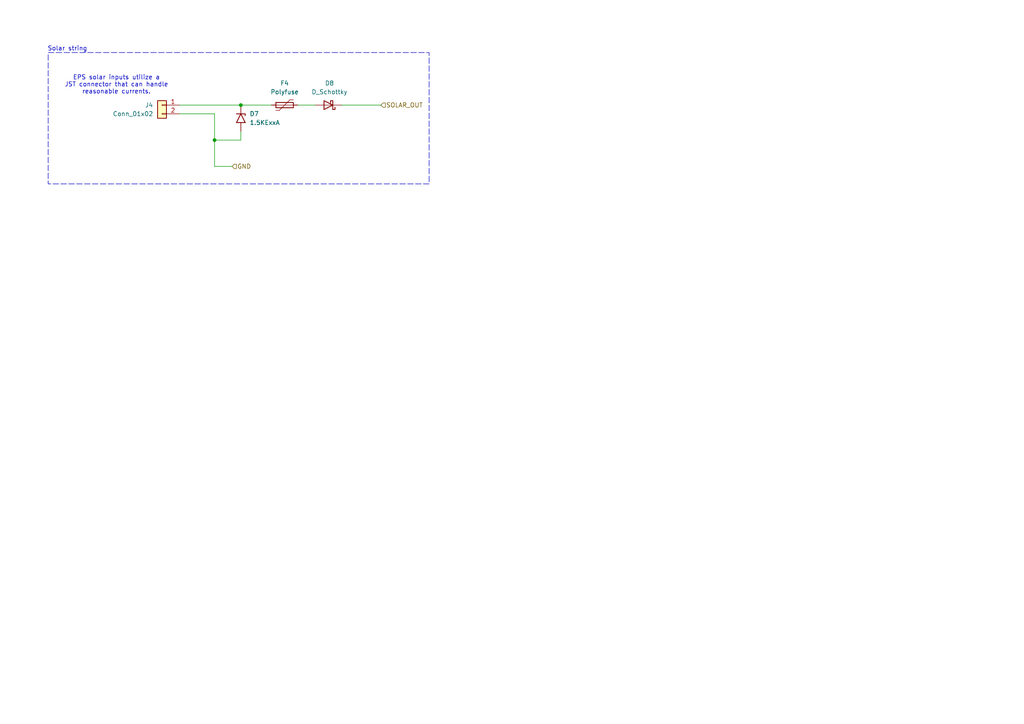
<source format=kicad_sch>
(kicad_sch (version 20250114) (generator "eeschema") (generator_version "9.0")
  (paper "A4")
  (title_block (title "SCRT Cubesat EPS") (date "2025-08-22") (rev "1") (company "OSU"))
  (lib_symbols
    (symbol "Connector_Generic:Conn_01x02" (pin_names (offset 1.016) (hide yes))
      (property "Reference" "J" (at 0 2.54 0))
      (property "Value" "Conn_01x02" (at 0 -5.08 0))
      (symbol "Conn_01x02_1_1"
        (rectangle (start -1.27 1.27) (end 1.27 -3.81) (stroke (width 0.254)) (fill (type background)))
        (rectangle (start -1.27 0.127) (end 0 -0.127) (stroke (width 0.1524)))
        (rectangle (start -1.27 -2.413) (end 0 -2.667) (stroke (width 0.1524)))
        (pin passive line (at -5.08 0 0) (length 3.81) (name "Pin_1") (number "1"))
        (pin passive line (at -5.08 -2.54 0) (length 3.81) (name "Pin_2") (number "2"))
      )
    )
    (symbol "Device:D_Schottky" (pin_numbers (hide yes)) (pin_names (offset 1.016) (hide yes))
      (property "Reference" "D" (at 0 2.54 0))
      (property "Value" "D_Schottky" (at 0 -2.54 0))
      (symbol "D_Schottky_0_1"
        (polyline (pts (xy -1.905 0.635) (xy -1.905 1.27) (xy -1.27 1.27) (xy -1.27 -1.27) (xy -0.635 -1.27) (xy -0.635 -0.635)) (stroke (width 0.254)))
        (polyline (pts (xy 1.27 1.27) (xy 1.27 -1.27) (xy -1.27 0) (xy 1.27 1.27)) (stroke (width 0.254)))
        (polyline (pts (xy 1.27 0) (xy -1.27 0)))
      )
      (symbol "D_Schottky_1_1"
        (pin passive line (at -3.81 0 0) (length 2.54) (name "K") (number "1"))
        (pin passive line (at 3.81 0 180) (length 2.54) (name "A") (number "2"))
      )
    )
    (symbol "Device:Polyfuse" (pin_numbers (hide yes)) (pin_names (offset 0))
      (property "Reference" "F" (at -2.54 0 90))
      (property "Value" "Polyfuse" (at 2.54 0 90))
      (symbol "Polyfuse_0_1"
        (polyline (pts (xy -1.524 2.54) (xy -1.524 1.524) (xy 1.524 -1.524) (xy 1.524 -2.54)))
        (rectangle (start -0.762 2.54) (end 0.762 -2.54) (stroke (width 0.254)))
        (polyline (pts (xy 0 2.54) (xy 0 -2.54)))
      )
      (symbol "Polyfuse_1_1"
        (pin passive line (at 0 3.81 270) (length 1.27) (name "~") (number "1"))
        (pin passive line (at 0 -3.81 90) (length 1.27) (name "~") (number "2"))
      )
    )
    (symbol "Diode:1.5KExxA" (pin_numbers (hide yes)) (pin_names (offset 1.016) (hide yes))
      (property "Reference" "D" (at 0 2.54 0))
      (property "Value" "1.5KExxA" (at 0 -2.54 0))
      (symbol "1.5KExxA_0_1"
        (polyline (pts (xy -0.762 1.27) (xy -1.27 1.27) (xy -1.27 -1.27)) (stroke (width 0.254)))
        (polyline (pts (xy 1.27 1.27) (xy 1.27 -1.27) (xy -1.27 0) (xy 1.27 1.27)) (stroke (width 0.254)))
      )
      (symbol "1.5KExxA_1_1"
        (pin passive line (at -3.81 0 0) (length 2.54) (name "A1") (number "1"))
        (pin passive line (at 3.81 0 180) (length 2.54) (name "A2") (number "2"))
      )
    )
  )
  (rectangle (start 13.97 15.24) (end 124.46 53.34) (stroke (width 0) (type dash)))
  (text "EPS solar inputs utilize a\nJST connector that can handle\nreasonable currents." (at 33.782 24.638 0) (effects (font (size 1.27 1.27))))
  (text "Solar string" (at 19.558 14.224 0) (effects (font (size 1.27 1.27))))
  (junction (at 62.23 40.64))
  (junction (at 69.85 30.48))
  (wire (pts (xy 52.07 30.48) (xy 69.85 30.48)))
  (wire (pts (xy 69.85 30.48) (xy 78.74 30.48)))
  (wire (pts (xy 69.85 38.1) (xy 69.85 40.64)))
  (wire (pts (xy 62.23 40.64) (xy 62.23 48.26)))
  (wire (pts (xy 99.06 30.48) (xy 110.49 30.48)))
  (wire (pts (xy 62.23 48.26) (xy 67.31 48.26)))
  (wire (pts (xy 62.23 33.02) (xy 62.23 40.64)))
  (wire (pts (xy 86.36 30.48) (xy 91.44 30.48)))
  (wire (pts (xy 69.85 40.64) (xy 62.23 40.64)))
  (wire (pts (xy 52.07 33.02) (xy 62.23 33.02)))
  (hierarchical_label "GND" (shape input) (at 67.31 48.26 0))
  (hierarchical_label "SOLAR_OUT" (shape input) (at 110.49 30.48 0))
  (symbol (lib_id "Device:Polyfuse") (at 82.55 30.48 90) (unit 1)
    (property "Reference" "F1" (at 82.55 24.13 90))
    (property "Value" "Polyfuse" (at 82.55 26.67 90))
    (property "Description" "Resettable fuse, polymeric positive temperature coefficient" (effects (hide yes)))
    (instances (project "eps" (path "" (reference "F4") (unit 1)) (path "" (reference "F2") (unit 1)) (path "" (reference "F6") (unit 1)) (path "" (reference "F5") (unit 1)) (path "" (reference "F1") (unit 1)) (path "" (reference "F3") (unit 1))))
  )
  (symbol (lib_id "Device:D_Schottky") (at 95.25 30.48 180) (unit 1)
    (property "Reference" "D1" (at 95.5675 24.13 0))
    (property "Value" "D_Schottky" (at 95.5675 26.67 0))
    (property "Description" "Schottky diode" (effects (hide yes)))
    (instances (project "eps" (path "" (reference "D8") (unit 1)) (path "" (reference "D4") (unit 1)) (path "" (reference "D12") (unit 1)) (path "" (reference "D10") (unit 1)) (path "" (reference "D1") (unit 1)) (path "" (reference "D6") (unit 1))))
  )
  (symbol (lib_id "Connector_Generic:Conn_01x02") (at 46.99 30.48 0) (mirror y) (unit 1)
    (property "Reference" "J1" (at 44.45 30.4799 0) (effects (justify left)))
    (property "Value" "Conn_01x02" (at 44.45 33.0199 0) (effects (justify left)))
    (property "Description" "Generic connector, single row, 01x02, script generated (kicad-library-utils/schlib/autogen/connector/)" (effects (hide yes)))
    (instances (project "eps" (path "" (reference "J4") (unit 1)) (path "" (reference "J2") (unit 1)) (path "" (reference "J6") (unit 1)) (path "" (reference "J5") (unit 1)) (path "" (reference "J1") (unit 1)) (path "" (reference "J3") (unit 1))))
  )
  (symbol (lib_id "Diode:1.5KExxA") (at 69.85 34.29 270) (unit 1)
    (property "Reference" "D2" (at 72.39 33.0199 90) (effects (justify left)))
    (property "Value" "1.5KExxA" (at 72.39 35.5599 90) (effects (justify left)))
    (property "Footprint" "Diode_THT:D_DO-201AE_P15.24mm_Horizontal" (effects (hide yes)))
    (property "Datasheet" "https://www.vishay.com/docs/88301/15ke.pdf" (effects (hide yes)))
    (property "Description" "1500W unidirectional TVS diode, DO-201AE" (effects (hide yes)))
    (instances (project "eps" (path "" (reference "D7") (unit 1)) (path "" (reference "D3") (unit 1)) (path "" (reference "D11") (unit 1)) (path "" (reference "D9") (unit 1)) (path "" (reference "D2") (unit 1)) (path "" (reference "D5") (unit 1))))
  )
)
</source>
